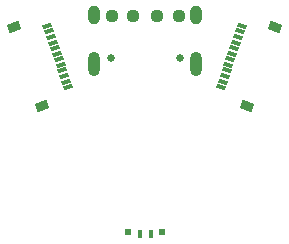
<source format=gbr>
%TF.GenerationSoftware,KiCad,Pcbnew,(6.0.9)*%
%TF.CreationDate,2022-11-22T20:55:08-05:00*%
%TF.ProjectId,040 055,30343020-3035-4352-9e6b-696361645f70,rev?*%
%TF.SameCoordinates,Original*%
%TF.FileFunction,Soldermask,Top*%
%TF.FilePolarity,Negative*%
%FSLAX46Y46*%
G04 Gerber Fmt 4.6, Leading zero omitted, Abs format (unit mm)*
G04 Created by KiCad (PCBNEW (6.0.9)) date 2022-11-22 20:55:08*
%MOMM*%
%LPD*%
G01*
G04 APERTURE LIST*
G04 Aperture macros list*
%AMRoundRect*
0 Rectangle with rounded corners*
0 $1 Rounding radius*
0 $2 $3 $4 $5 $6 $7 $8 $9 X,Y pos of 4 corners*
0 Add a 4 corners polygon primitive as box body*
4,1,4,$2,$3,$4,$5,$6,$7,$8,$9,$2,$3,0*
0 Add four circle primitives for the rounded corners*
1,1,$1+$1,$2,$3*
1,1,$1+$1,$4,$5*
1,1,$1+$1,$6,$7*
1,1,$1+$1,$8,$9*
0 Add four rect primitives between the rounded corners*
20,1,$1+$1,$2,$3,$4,$5,0*
20,1,$1+$1,$4,$5,$6,$7,0*
20,1,$1+$1,$6,$7,$8,$9,0*
20,1,$1+$1,$8,$9,$2,$3,0*%
%AMRotRect*
0 Rectangle, with rotation*
0 The origin of the aperture is its center*
0 $1 length*
0 $2 width*
0 $3 Rotation angle, in degrees counterclockwise*
0 Add horizontal line*
21,1,$1,$2,0,0,$3*%
G04 Aperture macros list end*
%ADD10RoundRect,0.237500X0.250000X0.237500X-0.250000X0.237500X-0.250000X-0.237500X0.250000X-0.237500X0*%
%ADD11RotRect,0.355600X0.762000X289.000000*%
%ADD12RotRect,0.750000X1.041400X289.000000*%
%ADD13RotRect,0.355600X0.762000X71.000000*%
%ADD14RotRect,0.750000X1.041400X71.000000*%
%ADD15R,0.600000X0.500000*%
%ADD16R,0.440000X0.750000*%
%ADD17C,0.650000*%
%ADD18O,1.000000X1.600000*%
%ADD19O,1.000000X2.100000*%
G04 APERTURE END LIST*
D10*
%TO.C,R2*%
X141425000Y-66100000D03*
X139600000Y-66100000D03*
%TD*%
D11*
%TO.C,J2*%
X130276180Y-66910365D03*
X130438964Y-67383123D03*
X130601749Y-67855884D03*
X130764532Y-68328643D03*
X130927316Y-68801401D03*
X131090101Y-69274161D03*
X131252885Y-69746920D03*
X131415669Y-70219681D03*
X131578453Y-70692439D03*
X131741237Y-71165197D03*
X131904021Y-71637959D03*
X132066805Y-72110717D03*
D12*
X127513357Y-67026160D03*
X129818380Y-73720433D03*
%TD*%
D13*
%TO.C,J3*%
X144983195Y-72110717D03*
X145145979Y-71637959D03*
X145308763Y-71165197D03*
X145471547Y-70692439D03*
X145634331Y-70219681D03*
X145797115Y-69746920D03*
X145959899Y-69274161D03*
X146122684Y-68801401D03*
X146285468Y-68328643D03*
X146448251Y-67855884D03*
X146611036Y-67383123D03*
X146773820Y-66910365D03*
D14*
X147231620Y-73720433D03*
X149536643Y-67026160D03*
%TD*%
D10*
%TO.C,R1*%
X137575000Y-66100000D03*
X135750000Y-66100000D03*
%TD*%
D15*
%TO.C,LED*%
X137095000Y-84393500D03*
D16*
X138165000Y-84518500D03*
X139065000Y-84518500D03*
D15*
X140015000Y-84393500D03*
%TD*%
D17*
%TO.C,J1*%
X135710000Y-69650000D03*
X141490000Y-69650000D03*
D18*
X134280000Y-66000000D03*
D19*
X134280000Y-70180000D03*
D18*
X142920000Y-66000000D03*
D19*
X142920000Y-70180000D03*
%TD*%
M02*

</source>
